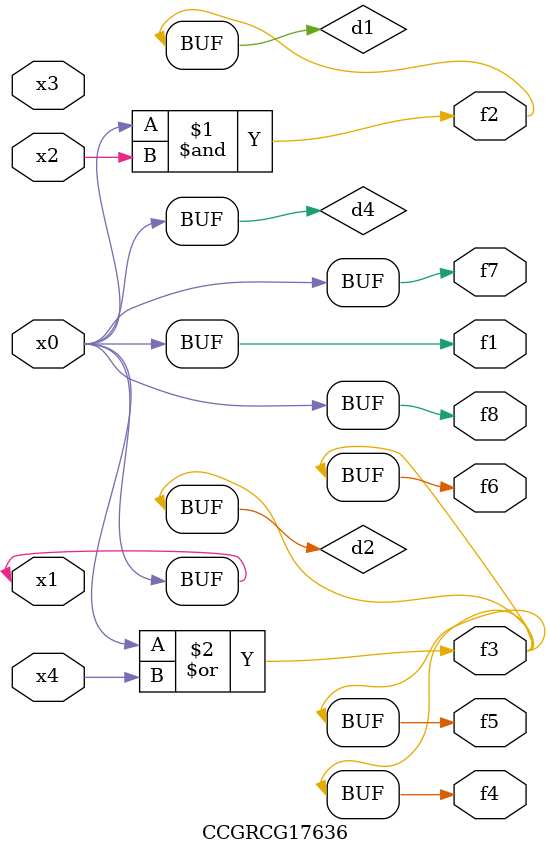
<source format=v>
module CCGRCG17636(
	input x0, x1, x2, x3, x4,
	output f1, f2, f3, f4, f5, f6, f7, f8
);

	wire d1, d2, d3, d4;

	and (d1, x0, x2);
	or (d2, x0, x4);
	nand (d3, x0, x2);
	buf (d4, x0, x1);
	assign f1 = d4;
	assign f2 = d1;
	assign f3 = d2;
	assign f4 = d2;
	assign f5 = d2;
	assign f6 = d2;
	assign f7 = d4;
	assign f8 = d4;
endmodule

</source>
